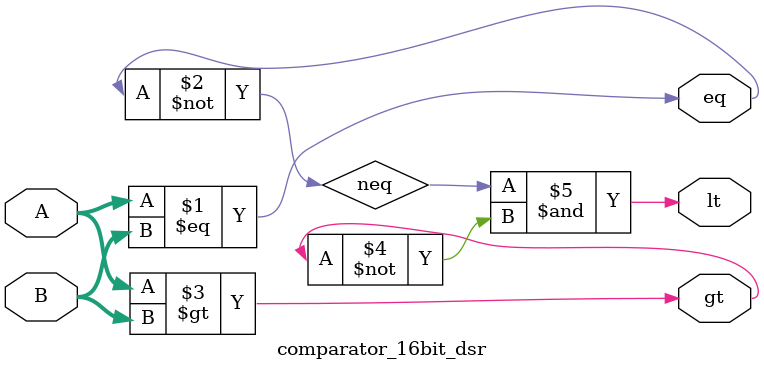
<source format=v>
module comparator_16bit_dsr (
    input [15:0] A,
    input [15:0] B,
    output gt,
    output eq,
    output lt
);

    wire neq;
    assign eq = (A == B);
    assign neq = ~eq;
    assign gt = (A > B);
    assign lt = neq & ~gt;

endmodule
</source>
